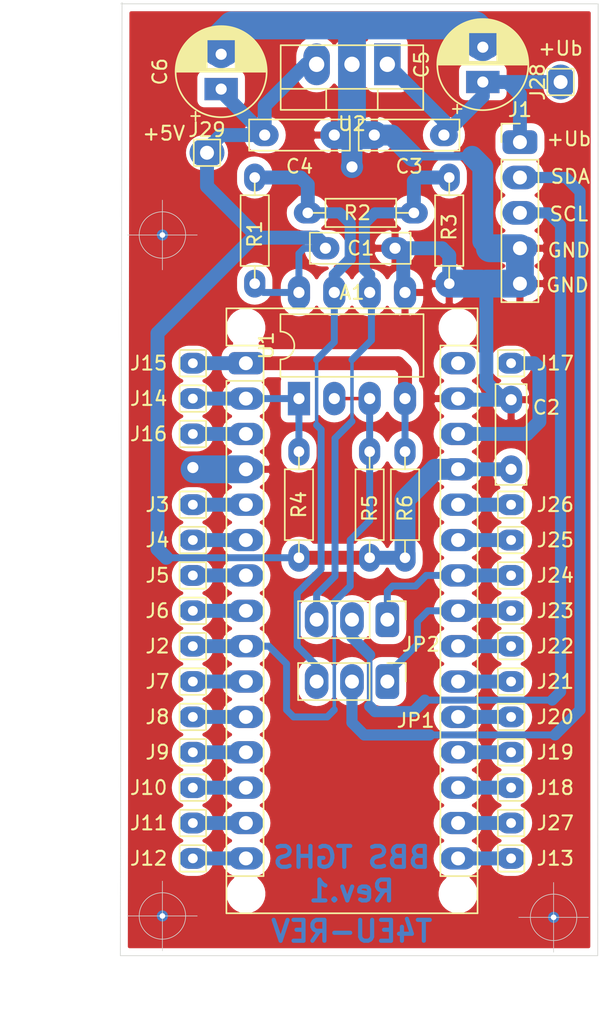
<source format=kicad_pcb>
(kicad_pcb (version 20171130) (host pcbnew "(5.1.10)-1")
  (layers (0 F.Cu signal hide) (31 B.Cu signal hide) (34 B.Paste user hide) (35 F.Paste user hide) (36 B.SilkS user) (37 F.SilkS user) (38 B.Mask user) (39 F.Mask user) (44 Edge.Cuts user))
  (net 0 "")
  (net 1 "Net-(A1-Pad1)")
  (net 2 "Net-(A1-Pad17)")
  (net 3 "Net-(A1-Pad2)")
  (net 4 "Net-(A1-Pad18)")
  (net 5 "Net-(A1-Pad3)")
  (net 6 "Net-(A1-Pad19)")
  (net 7 GND)
  (net 8 "Net-(A1-Pad20)")
  (net 9 "Net-(A1-Pad5)")
  (net 10 "Net-(A1-Pad21)")
  (net 11 "Net-(A1-Pad6)")
  (net 12 "Net-(A1-Pad22)")
  (net 13 "Net-(A1-Pad7)")
  (net 14 "Net-(A1-Pad23)")
  (net 15 "Net-(A1-Pad8)")
  (net 16 "Net-(A1-Pad24)")
  (net 17 "Net-(A1-Pad9)")
  (net 18 "Net-(A1-Pad25)")
  (net 19 "Net-(A1-Pad10)")
  (net 20 "Net-(A1-Pad26)")
  (net 21 "Net-(A1-Pad11)")
  (net 22 "Net-(A1-Pad27)")
  (net 23 "Net-(A1-Pad12)")
  (net 24 "Net-(A1-Pad28)")
  (net 25 "Net-(A1-Pad13)")
  (net 26 "Net-(A1-Pad14)")
  (net 27 "Net-(A1-Pad30)")
  (net 28 "Net-(A1-Pad15)")
  (net 29 "Net-(A1-Pad16)")
  (net 30 "Net-(J1-Pad2)")
  (net 31 "Net-(J1-Pad3)")
  (net 32 "Net-(JP1-Pad3)")
  (net 33 "Net-(JP2-Pad3)")
  (net 34 "Net-(C3-Pad1)")
  (module BBS:TestPoint_THTPad_1.5x1.5mm_Drill0.7mm (layer F.Cu) (at 216.027 135.255)
    (fp_text reference J27 (at 3.175 0) (layer F.SilkS))
    (fp_text value Conn_01x01 hide)
    (pad 1 thru_hole oval (at 0 0) (size 2 1.5) (drill 0.7) (layers *.Cu *.Mask) (net 2 "Net-(A1-Pad17)"))
  )
  (module BBS:TestPoint_THTPad_1.5x1.5mm_Drill0.7mm (layer F.Cu) (at 216.027 114.935)
    (fp_text reference J25 (at 3.175 0) (layer F.SilkS))
    (fp_text value Conn_01x01 hide)
    (pad 1 thru_hole oval (at 0 0) (size 2 1.5) (drill 0.7) (layers *.Cu *.Mask) (net 18 "Net-(A1-Pad25)"))
  )
  (module BBS:TestPoint_THTPad_1.5x1.5mm_Drill0.7mm (layer F.Cu) (at 216.027 117.475)
    (fp_text reference J24 (at 3.175 0) (layer F.SilkS))
    (fp_text value Conn_01x01 hide)
    (pad 1 thru_hole oval (at 0 0) (size 2 1.5) (drill 0.7) (layers *.Cu *.Mask) (net 16 "Net-(A1-Pad24)"))
  )
  (module BBS:TestPoint_THTPad_1.5x1.5mm_Drill0.7mm (layer F.Cu) (at 216.027 120.015)
    (fp_text reference J23 (at 3.175 0) (layer F.SilkS))
    (fp_text value Conn_01x01 hide)
    (pad 1 thru_hole oval (at 0 0) (size 2 1.5) (drill 0.7) (layers *.Cu *.Mask) (net 14 "Net-(A1-Pad23)"))
  )
  (module BBS:TestPoint_THTPad_1.5x1.5mm_Drill0.7mm (layer F.Cu) (at 216.027 127.635)
    (fp_text reference J20 (at 3.175 0) (layer F.SilkS))
    (fp_text value Conn_01x01 hide)
    (pad 1 thru_hole oval (at 0 0) (size 2 1.5) (drill 0.7) (layers *.Cu *.Mask) (net 8 "Net-(A1-Pad20)"))
  )
  (module BBS:TestPoint_THTPad_1.5x1.5mm_Drill0.7mm (layer F.Cu) (at 216.027 122.555)
    (fp_text reference J22 (at 3.175 0) (layer F.SilkS))
    (fp_text value Conn_01x01 hide)
    (pad 1 thru_hole oval (at 0 0) (size 2 1.5) (drill 0.7) (layers *.Cu *.Mask) (net 12 "Net-(A1-Pad22)"))
  )
  (module BBS:TestPoint_THTPad_1.5x1.5mm_Drill0.7mm (layer F.Cu) (at 193.167 104.775)
    (fp_text reference J14 (at -3.175 0) (layer F.SilkS))
    (fp_text value Conn_01x01 hide)
    (pad 1 thru_hole oval (at 0 0) (size 2 1.5) (drill 0.7) (layers *.Cu *.Mask) (net 3 "Net-(A1-Pad2)"))
  )
  (module BBS:TestPoint_THTPad_1.5x1.5mm_Drill0.7mm (layer F.Cu) (at 216.027 102.235)
    (fp_text reference J17 (at 3.175 0) (layer F.SilkS))
    (fp_text value Conn_01x01 hide)
    (pad 1 thru_hole oval (at 0 0) (size 2 1.5) (drill 0.7) (layers *.Cu *.Mask) (net 24 "Net-(A1-Pad28)"))
  )
  (module BBS:TestPoint_THTPad_1.5x1.5mm_Drill0.7mm (layer F.Cu) (at 216.027 112.395)
    (fp_text reference J26 (at 3.175 0) (layer F.SilkS))
    (fp_text value Conn_01x01 hide)
    (pad 1 thru_hole oval (at 0 0) (size 2 1.5) (drill 0.7) (layers *.Cu *.Mask) (net 20 "Net-(A1-Pad26)"))
  )
  (module BBS:TestPoint_THTPad_1.5x1.5mm_Drill0.7mm (layer F.Cu) (at 216.027 125.095)
    (fp_text reference J21 (at 3.175 0) (layer F.SilkS))
    (fp_text value Conn_01x01 hide)
    (pad 1 thru_hole oval (at 0 0) (size 2 1.5) (drill 0.7) (layers *.Cu *.Mask) (net 10 "Net-(A1-Pad21)"))
  )
  (module BBS:TestPoint_THTPad_1.5x1.5mm_Drill0.7mm (layer F.Cu) (at 193.167 107.315)
    (fp_text reference J16 (at -3.175 0) (layer F.SilkS))
    (fp_text value Conn_01x01 hide)
    (pad 1 thru_hole oval (at 0 0) (size 2 1.5) (drill 0.7) (layers *.Cu *.Mask) (net 5 "Net-(A1-Pad3)"))
  )
  (module BBS:TestPoint_THTPad_1.5x1.5mm_Drill0.7mm (layer F.Cu) (at 216.027 130.175)
    (fp_text reference J19 (at 3.175 0) (layer F.SilkS))
    (fp_text value Conn_01x01 hide)
    (pad 1 thru_hole oval (at 0 0) (size 2 1.5) (drill 0.7) (layers *.Cu *.Mask) (net 6 "Net-(A1-Pad19)"))
  )
  (module BBS:TestPoint_THTPad_1.5x1.5mm_Drill0.7mm (layer F.Cu) (at 216.027 132.715)
    (fp_text reference J18 (at 3.175 0) (layer F.SilkS))
    (fp_text value Conn_01x01 hide)
    (pad 1 thru_hole oval (at 0 0) (size 2 1.5) (drill 0.7) (layers *.Cu *.Mask) (net 4 "Net-(A1-Pad18)"))
  )
  (module BBS:TestPoint_THTPad_1.5x1.5mm_Drill0.7mm (layer F.Cu) (at 193.167 102.235)
    (fp_text reference J15 (at -3.175 0) (layer F.SilkS))
    (fp_text value Conn_01x01 hide)
    (pad 1 thru_hole oval (at 0 0) (size 2 1.5) (drill 0.7) (layers *.Cu *.Mask) (net 1 "Net-(A1-Pad1)"))
  )
  (module BBS:R_7.5 (layer F.Cu) (at 211.582 88.9 270)
    (fp_text reference R3 (at 3.556 0 90) (layer F.SilkS))
    (fp_text value 680R)
    (pad 2 thru_hole oval (at 7.62 0 270) (size 2 1.524) (drill 0.762) (layers *.Cu *.Mask) (net 7 GND))
    (pad 1 thru_hole oval (at 0 0 270) (size 2 1.524) (drill 0.762) (layers *.Cu *.Mask) (net 33 "Net-(JP2-Pad3)"))
  )
  (module BBS:R_7.5 (layer F.Cu) (at 197.612 96.52 90)
    (fp_text reference R1 (at 3.556 0 90) (layer F.SilkS))
    (fp_text value 680R)
    (pad 2 thru_hole oval (at 7.62 0 90) (size 2 1.524) (drill 0.762) (layers *.Cu *.Mask) (net 32 "Net-(JP1-Pad3)"))
    (pad 1 thru_hole oval (at 0 0 90) (size 2 1.524) (drill 0.762) (layers *.Cu *.Mask) (net 22 "Net-(A1-Pad27)"))
  )
  (module BBS:PinHeader_1x03_P2.54mm_Vertical (layer F.Cu) (at 207.137 125.095 270)
    (fp_text reference JP1 (at 2.794 -2.032 180) (layer F.SilkS))
    (fp_text value Jumper_3_Bridged12 hide)
    (pad 1 thru_hole roundrect (at 0 0 270) (size 2.5 1.7) (drill 1) (layers *.Cu *.Mask) (net 14 "Net-(A1-Pad23)"))
    (pad 2 thru_hole oval (at 0 2.54 270) (size 2.5 1.7) (drill 1) (layers *.Cu *.Mask) (net 30 "Net-(J1-Pad2)"))
    (pad 3 thru_hole oval (at 0 5.08 270) (size 2.5 1.7) (drill 1) (layers *.Cu *.Mask) (net 32 "Net-(JP1-Pad3)"))
  )
  (module BBS:PinHeader_1x03_P2.54mm_Vertical (layer F.Cu) (at 207.137 120.65 270)
    (fp_text reference JP2 (at 1.778 -2.413 180) (layer F.SilkS))
    (fp_text value Jumper_3_Bridged12 hide)
    (pad 1 thru_hole roundrect (at 0 0 270) (size 2.5 1.7) (drill 1) (layers *.Cu *.Mask) (net 16 "Net-(A1-Pad24)"))
    (pad 2 thru_hole oval (at 0 2.54 270) (size 2.5 1.7) (drill 1) (layers *.Cu *.Mask) (net 31 "Net-(J1-Pad3)"))
    (pad 3 thru_hole oval (at 0 5.08 270) (size 2.5 1.7) (drill 1) (layers *.Cu *.Mask) (net 33 "Net-(JP2-Pad3)"))
  )
  (module BBS:PinHeader_1x05_P2.54mm_Vertical (layer F.Cu) (at 216.662 86.36)
    (fp_text reference J1 (at 0 -2.33) (layer F.SilkS))
    (fp_text value Screw_Terminal_01x05 hide)
    (pad 1 thru_hole roundrect (at 0 0) (size 2.5 1.7) (drill 1) (layers *.Cu *.Mask) (net 34 "Net-(C3-Pad1)"))
    (pad 2 thru_hole oval (at 0 2.54) (size 2.5 1.7) (drill 1) (layers *.Cu *.Mask) (net 30 "Net-(J1-Pad2)"))
    (pad 3 thru_hole oval (at 0 5.08) (size 2.5 1.7) (drill 1) (layers *.Cu *.Mask) (net 31 "Net-(J1-Pad3)"))
    (pad 4 thru_hole oval (at 0 7.62) (size 2.5 1.7) (drill 1) (layers *.Cu *.Mask) (net 7 GND))
    (pad 5 thru_hole oval (at 0 10.16) (size 2.5 1.7) (drill 1) (layers *.Cu *.Mask) (net 7 GND))
  )
  (module BBS:C_Rect_L7.0mm_W2.0mm_P5.00mm (layer F.Cu) (at 202.692 93.98)
    (fp_text reference C1 (at 2.54 0) (layer F.SilkS))
    (fp_text value 100n)
    (pad 2 thru_hole oval (at 5 0) (size 2 1.6) (drill 0.8) (layers *.Cu *.Mask) (net 7 GND))
    (pad 1 thru_hole oval (at 0 0) (size 2 1.6) (drill 0.8) (layers *.Cu *.Mask) (net 22 "Net-(A1-Pad27)"))
  )
  (module BBS:C_Rect_L7.0mm_W2.0mm_P5.00mm (layer F.Cu) (at 216.027 104.855 270)
    (fp_text reference C2 (at 0.555 -2.54 180) (layer F.SilkS))
    (fp_text value 100n)
    (pad 2 thru_hole oval (at 5 0 270) (size 2 1.6) (drill 0.8) (layers *.Cu *.Mask) (net 22 "Net-(A1-Pad27)"))
    (pad 1 thru_hole oval (at 0 0 270) (size 2 1.6) (drill 0.8) (layers *.Cu *.Mask) (net 7 GND))
  )
  (module BBS:R_7.5 (layer F.Cu) (at 201.422 91.44)
    (fp_text reference R2 (at 3.556 0) (layer F.SilkS))
    (fp_text value 120R)
    (pad 2 thru_hole oval (at 7.62 0) (size 2 1.524) (drill 0.762) (layers *.Cu *.Mask) (net 33 "Net-(JP2-Pad3)"))
    (pad 1 thru_hole oval (at 0 0) (size 2 1.524) (drill 0.762) (layers *.Cu *.Mask) (net 32 "Net-(JP1-Pad3)"))
  )
  (module BBS:TestPoint_THTPad_1.5x1.5mm_Drill0.7mm (layer F.Cu) (at 194.183 87.122)
    (fp_text reference J29 (at 0 -1.648) (layer F.SilkS))
    (fp_text value Conn_01x01)
    (pad 1 thru_hole oval (at 0 0) (size 2.5 2) (drill 1) (layers *.Cu *.Mask) (net 22 "Net-(A1-Pad27)"))
  )
  (module BBS:C_Rect_L7.0mm_W2.0mm_P5.00mm (layer F.Cu) (at 203.327 85.852 180)
    (fp_text reference C4 (at 2.5 -2.25) (layer F.SilkS))
    (fp_text value 100n)
    (pad 2 thru_hole oval (at 5 0 180) (size 2 1.6) (drill 0.8) (layers *.Cu *.Mask) (net 22 "Net-(A1-Pad27)"))
    (pad 1 thru_hole oval (at 0 0 180) (size 2 1.6) (drill 0.8) (layers *.Cu *.Mask) (net 7 GND))
  )
  (module BBS:TestPoint_THTPad_1.5x1.5mm_Drill0.7mm (layer F.Cu) (at 219.583 82.042 90)
    (fp_text reference J28 (at 0 -1.648 90) (layer F.SilkS))
    (fp_text value Conn_01x01)
    (pad 1 thru_hole oval (at 0 0 90) (size 2.5 2) (drill 1) (layers *.Cu *.Mask) (net 34 "Net-(C3-Pad1)"))
  )
  (module BBS:TO-220-3_Vertical (layer F.Cu) (at 207.137 80.772 180)
    (fp_text reference U2 (at 2.54 -4.27) (layer F.SilkS))
    (fp_text value LMO78-05)
    (pad 3 thru_hole oval (at 5.08 0 180) (size 1.905 3) (drill 1.1) (layers *.Cu *.Mask) (net 22 "Net-(A1-Pad27)"))
    (pad 2 thru_hole oval (at 2.54 0 180) (size 1.905 3) (drill 1.1) (layers *.Cu *.Mask) (net 7 GND))
    (pad 1 thru_hole rect (at 0 0 180) (size 1.905 3) (drill 1.1) (layers *.Cu *.Mask) (net 34 "Net-(C3-Pad1)"))
  )
  (module BBS:TestPoint_THTPad_1.5x1.5mm_Drill0.7mm (layer F.Cu) (at 193.167 132.715)
    (fp_text reference J10 (at -3.175 0) (layer F.SilkS))
    (fp_text value Conn_01x01 hide)
    (pad 1 thru_hole oval (at 0 0) (size 2 1.5) (drill 0.7) (layers *.Cu *.Mask) (net 25 "Net-(A1-Pad13)"))
  )
  (module BBS:TestPoint_THTPad_1.5x1.5mm_Drill0.7mm (layer F.Cu) (at 193.167 130.175)
    (fp_text reference J9 (at -2.54 0) (layer F.SilkS))
    (fp_text value Conn_01x01 hide)
    (pad 1 thru_hole oval (at 0 0) (size 2 1.5) (drill 0.7) (layers *.Cu *.Mask) (net 23 "Net-(A1-Pad12)"))
  )
  (module BBS:TestPoint_THTPad_1.5x1.5mm_Drill0.7mm (layer F.Cu) (at 193.167 117.475)
    (fp_text reference J5 (at -2.54 0) (layer F.SilkS))
    (fp_text value Conn_01x01 hide)
    (pad 1 thru_hole oval (at 0 0) (size 2 1.5) (drill 0.7) (layers *.Cu *.Mask) (net 13 "Net-(A1-Pad7)"))
  )
  (module BBS:TestPoint_THTPad_1.5x1.5mm_Drill0.7mm (layer F.Cu) (at 216.027 137.795)
    (fp_text reference J13 (at 3.175 0) (layer F.SilkS))
    (fp_text value Conn_01x01 hide)
    (pad 1 thru_hole oval (at 0 0) (size 2 1.5) (drill 0.7) (layers *.Cu *.Mask) (net 29 "Net-(A1-Pad16)"))
  )
  (module BBS:TestPoint_THTPad_1.5x1.5mm_Drill0.7mm (layer F.Cu) (at 193.167 137.795)
    (fp_text reference J12 (at -3.175 0) (layer F.SilkS))
    (fp_text value Conn_01x01 hide)
    (pad 1 thru_hole oval (at 0 0) (size 2 1.5) (drill 0.7) (layers *.Cu *.Mask) (net 28 "Net-(A1-Pad15)"))
  )
  (module BBS:TestPoint_THTPad_1.5x1.5mm_Drill0.7mm (layer F.Cu) (at 193.167 127.635)
    (fp_text reference J8 (at -2.54 0) (layer F.SilkS))
    (fp_text value Conn_01x01 hide)
    (pad 1 thru_hole oval (at 0 0) (size 2 1.5) (drill 0.7) (layers *.Cu *.Mask) (net 21 "Net-(A1-Pad11)"))
  )
  (module BBS:TestPoint_THTPad_1.5x1.5mm_Drill0.7mm (layer F.Cu) (at 193.167 122.555)
    (fp_text reference J2 (at -2.54 0) (layer F.SilkS))
    (fp_text value Conn_01x01 hide)
    (pad 1 thru_hole oval (at 0 0) (size 2 1.5) (drill 0.7) (layers *.Cu *.Mask) (net 17 "Net-(A1-Pad9)"))
  )
  (module BBS:TestPoint_THTPad_1.5x1.5mm_Drill0.7mm (layer F.Cu) (at 193.167 135.255)
    (fp_text reference J11 (at -3.175 0) (layer F.SilkS))
    (fp_text value Conn_01x01 hide)
    (pad 1 thru_hole oval (at 0 0) (size 2 1.5) (drill 0.7) (layers *.Cu *.Mask) (net 26 "Net-(A1-Pad14)"))
  )
  (module BBS:TestPoint_THTPad_1.5x1.5mm_Drill0.7mm (layer F.Cu) (at 193.167 114.935)
    (fp_text reference J4 (at -2.54 0) (layer F.SilkS))
    (fp_text value Conn_01x01 hide)
    (pad 1 thru_hole oval (at 0 0) (size 2 1.5) (drill 0.7) (layers *.Cu *.Mask) (net 11 "Net-(A1-Pad6)"))
  )
  (module Package_DIP:DIP-8_W7.62mm_LongPads (layer F.Cu) (at 200.787 104.775 90)
    (fp_text reference U1 (at 3.81 -2.33 90) (layer F.SilkS))
    (fp_text value MAX485E)
    (pad 8 thru_hole oval (at 7.62 0 90) (size 2.4 1.6) (drill 0.8) (layers *.Cu *.Mask) (net 22 "Net-(A1-Pad27)"))
    (pad 4 thru_hole oval (at 0 7.62 90) (size 2.4 1.6) (drill 0.8) (layers *.Cu *.Mask) (net 1 "Net-(A1-Pad1)"))
    (pad 7 thru_hole oval (at 7.62 2.54 90) (size 2.4 1.6) (drill 0.8) (layers *.Cu *.Mask) (net 32 "Net-(JP1-Pad3)"))
    (pad 3 thru_hole oval (at 0 5.08 90) (size 2.4 1.6) (drill 0.8) (layers *.Cu *.Mask) (net 17 "Net-(A1-Pad9)"))
    (pad 6 thru_hole oval (at 7.62 5.08 90) (size 2.4 1.6) (drill 0.8) (layers *.Cu *.Mask) (net 33 "Net-(JP2-Pad3)"))
    (pad 2 thru_hole oval (at 0 2.54 90) (size 2.4 1.6) (drill 0.8) (layers *.Cu *.Mask) (net 17 "Net-(A1-Pad9)"))
    (pad 5 thru_hole oval (at 7.62 7.62 90) (size 2.4 1.6) (drill 0.8) (layers *.Cu *.Mask) (net 7 GND))
    (pad 1 thru_hole rect (at 0 0 90) (size 2.4 1.6) (drill 0.8) (layers *.Cu *.Mask) (net 3 "Net-(A1-Pad2)"))
  )
  (module BBS:R_7.5 (layer F.Cu) (at 208.407 116.205 90)
    (fp_text reference R6 (at 3.556 0 90) (layer F.SilkS))
    (fp_text value 10k)
    (pad 2 thru_hole oval (at 7.62 0 90) (size 2 1.524) (drill 0.762) (layers *.Cu *.Mask) (net 1 "Net-(A1-Pad1)"))
    (pad 1 thru_hole oval (at 0 0 90) (size 2 1.524) (drill 0.762) (layers *.Cu *.Mask) (net 22 "Net-(A1-Pad27)"))
  )
  (module BBS:TestPoint_THTPad_1.5x1.5mm_Drill0.7mm (layer F.Cu) (at 193.167 120.015)
    (fp_text reference J6 (at -2.54 0) (layer F.SilkS))
    (fp_text value Conn_01x01 hide)
    (pad 1 thru_hole oval (at 0 0) (size 2 1.5) (drill 0.7) (layers *.Cu *.Mask) (net 15 "Net-(A1-Pad8)"))
  )
  (module BBS:TestPoint_THTPad_1.5x1.5mm_Drill0.7mm (layer F.Cu) (at 193.167 112.395)
    (fp_text reference J3 (at -2.54 0) (layer F.SilkS))
    (fp_text value Conn_01x01 hide)
    (pad 1 thru_hole oval (at 0 0) (size 2 1.5) (drill 0.7) (layers *.Cu *.Mask) (net 9 "Net-(A1-Pad5)"))
  )
  (module BBS:R_7.5 (layer F.Cu) (at 205.867 116.205 90)
    (fp_text reference R5 (at 3.556 0 90) (layer F.SilkS))
    (fp_text value 10k)
    (pad 2 thru_hole oval (at 7.62 0 90) (size 2 1.524) (drill 0.762) (layers *.Cu *.Mask) (net 17 "Net-(A1-Pad9)"))
    (pad 1 thru_hole oval (at 0 0 90) (size 2 1.524) (drill 0.762) (layers *.Cu *.Mask) (net 22 "Net-(A1-Pad27)"))
  )
  (module BBS:R_7.5 (layer F.Cu) (at 200.787 116.205 90)
    (fp_text reference R4 (at 3.81 0 90) (layer F.SilkS))
    (fp_text value 10k)
    (pad 2 thru_hole oval (at 7.62 0 90) (size 2 1.524) (drill 0.762) (layers *.Cu *.Mask) (net 3 "Net-(A1-Pad2)"))
    (pad 1 thru_hole oval (at 0 0 90) (size 2 1.524) (drill 0.762) (layers *.Cu *.Mask) (net 22 "Net-(A1-Pad27)"))
  )
  (module BBS:Arduino_Nano_WithMountingHoles (layer F.Cu) (at 196.977 102.235)
    (fp_text reference A1 (at 7.62 -5.08) (layer F.SilkS))
    (fp_text value Arduino_Nano_Every hide)
    (pad 1 thru_hole roundrect (at 0 0) (size 2.5 1.6) (drill 1) (layers *.Cu *.Mask) (net 1 "Net-(A1-Pad1)"))
    (pad 17 thru_hole oval (at 15.24 33.02) (size 2.5 1.6) (drill 1) (layers *.Cu *.Mask) (net 2 "Net-(A1-Pad17)"))
    (pad 2 thru_hole oval (at 0 2.54) (size 2.5 1.6) (drill 1) (layers *.Cu *.Mask) (net 3 "Net-(A1-Pad2)"))
    (pad 18 thru_hole oval (at 15.24 30.48) (size 2.5 1.6) (drill 1) (layers *.Cu *.Mask) (net 4 "Net-(A1-Pad18)"))
    (pad 3 thru_hole oval (at 0 5.08) (size 2.5 1.6) (drill 1) (layers *.Cu *.Mask) (net 5 "Net-(A1-Pad3)"))
    (pad 19 thru_hole oval (at 15.24 27.94) (size 2.5 1.6) (drill 1) (layers *.Cu *.Mask) (net 6 "Net-(A1-Pad19)"))
    (pad 4 thru_hole oval (at 0 7.62) (size 2.5 1.6) (drill 1) (layers *.Cu *.Mask) (net 7 GND))
    (pad 20 thru_hole oval (at 15.24 25.4) (size 2.5 1.6) (drill 1) (layers *.Cu *.Mask) (net 8 "Net-(A1-Pad20)"))
    (pad 5 thru_hole oval (at 0 10.16) (size 2.5 1.6) (drill 1) (layers *.Cu *.Mask) (net 9 "Net-(A1-Pad5)"))
    (pad 21 thru_hole oval (at 15.24 22.86) (size 2.5 1.6) (drill 1) (layers *.Cu *.Mask) (net 10 "Net-(A1-Pad21)"))
    (pad 6 thru_hole oval (at 0 12.7) (size 2.5 1.6) (drill 1) (layers *.Cu *.Mask) (net 11 "Net-(A1-Pad6)"))
    (pad 22 thru_hole oval (at 15.24 20.32) (size 2.5 1.6) (drill 1) (layers *.Cu *.Mask) (net 12 "Net-(A1-Pad22)"))
    (pad 7 thru_hole oval (at 0 15.24) (size 2.5 1.6) (drill 1) (layers *.Cu *.Mask) (net 13 "Net-(A1-Pad7)"))
    (pad 23 thru_hole oval (at 15.24 17.78) (size 2.5 1.6) (drill 1) (layers *.Cu *.Mask) (net 14 "Net-(A1-Pad23)"))
    (pad 8 thru_hole oval (at 0 17.78) (size 2.5 1.6) (drill 1) (layers *.Cu *.Mask) (net 15 "Net-(A1-Pad8)"))
    (pad 24 thru_hole oval (at 15.24 15.24) (size 2.5 1.6) (drill 1) (layers *.Cu *.Mask) (net 16 "Net-(A1-Pad24)"))
    (pad 9 thru_hole oval (at 0 20.32) (size 2.5 1.6) (drill 1) (layers *.Cu *.Mask) (net 17 "Net-(A1-Pad9)"))
    (pad 25 thru_hole oval (at 15.24 12.7) (size 2.5 1.6) (drill 1) (layers *.Cu *.Mask) (net 18 "Net-(A1-Pad25)"))
    (pad 10 thru_hole oval (at 0 22.86) (size 2.5 1.6) (drill 1) (layers *.Cu *.Mask) (net 19 "Net-(A1-Pad10)"))
    (pad 26 thru_hole oval (at 15.24 10.16) (size 2.5 1.6) (drill 1) (layers *.Cu *.Mask) (net 20 "Net-(A1-Pad26)"))
    (pad 11 thru_hole oval (at 0 25.4) (size 2.5 1.6) (drill 1) (layers *.Cu *.Mask) (net 21 "Net-(A1-Pad11)"))
    (pad 27 thru_hole oval (at 15.24 7.62) (size 2.5 1.6) (drill 1) (layers *.Cu *.Mask) (net 22 "Net-(A1-Pad27)"))
    (pad 12 thru_hole oval (at 0 27.94) (size 2.5 1.6) (drill 1) (layers *.Cu *.Mask) (net 23 "Net-(A1-Pad12)"))
    (pad 28 thru_hole oval (at 15.24 5.08) (size 2.5 1.6) (drill 1) (layers *.Cu *.Mask) (net 24 "Net-(A1-Pad28)"))
    (pad 13 thru_hole oval (at 0 30.48) (size 2.5 1.6) (drill 1) (layers *.Cu *.Mask) (net 25 "Net-(A1-Pad13)"))
    (pad 29 thru_hole oval (at 15.24 2.54) (size 2.5 1.6) (drill 1) (layers *.Cu *.Mask) (net 7 GND))
    (pad 14 thru_hole oval (at 0 33.02) (size 2.5 1.6) (drill 1) (layers *.Cu *.Mask) (net 26 "Net-(A1-Pad14)"))
    (pad 30 thru_hole oval (at 15.24 0) (size 2.5 1.6) (drill 1) (layers *.Cu *.Mask) (net 27 "Net-(A1-Pad30)"))
    (pad 15 thru_hole oval (at 0 35.56) (size 2.5 1.6) (drill 1) (layers *.Cu *.Mask) (net 28 "Net-(A1-Pad15)"))
    (pad 16 thru_hole oval (at 15.24 35.56) (size 2.5 1.6) (drill 1) (layers *.Cu *.Mask) (net 29 "Net-(A1-Pad16)"))
    (pad "" np_thru_hole circle (at 0 -2.54) (size 1.78 1.78) (drill 1.78) (layers *.Cu *.Mask))
    (pad "" np_thru_hole circle (at 15.24 -2.54) (size 1.78 1.78) (drill 1.78) (layers *.Cu *.Mask))
    (pad "" np_thru_hole circle (at 15.24 38.1) (size 1.78 1.78) (drill 1.78) (layers *.Cu *.Mask))
    (pad "" np_thru_hole circle (at 0 38.1) (size 1.78 1.78) (drill 1.78) (layers *.Cu *.Mask))
  )
  (module BBS:TestPoint_THTPad_1.5x1.5mm_Drill0.7mm (layer F.Cu) (at 193.167 125.095)
    (fp_text reference J7 (at -2.54 0) (layer F.SilkS))
    (fp_text value Conn_01x01 hide)
    (pad 1 thru_hole oval (at 0 0) (size 2 1.5) (drill 0.7) (layers *.Cu *.Mask) (net 19 "Net-(A1-Pad10)"))
  )
  (module BBS:C_Rect_L7.0mm_W2.0mm_P5.00mm (layer F.Cu) (at 211.201 85.852 180)
    (fp_text reference C3 (at 2.5 -2.25) (layer F.SilkS))
    (fp_text value 100n)
    (pad 2 thru_hole oval (at 5 0 180) (size 2 1.6) (drill 0.8) (layers *.Cu *.Mask) (net 7 GND))
    (pad 1 thru_hole oval (at 0 0 180) (size 2 1.6) (drill 0.8) (layers *.Cu *.Mask) (net 34 "Net-(C3-Pad1)"))
  )
  (module BBS:CP_Radial_D6.3mm_P2.50mm (layer F.Cu) (at 195.199 82.55 90)
    (fp_text reference C6 (at 1.25 -4.4 90) (layer F.SilkS))
    (fp_text value 100µF/16V)
    (pad 1 thru_hole rect (at 0 0 90) (size 1.6 2.4) (drill 0.8) (layers *.Cu *.Mask) (net 22 "Net-(A1-Pad27)"))
    (pad 2 thru_hole oval (at 2.5 0 90) (size 1.6 2.4) (drill 0.8) (layers *.Cu *.Mask) (net 7 GND))
  )
  (module BBS:CP_Radial_D6.3mm_P2.50mm (layer F.Cu) (at 213.995 82.042 90)
    (fp_text reference C5 (at 1.25 -4.4 90) (layer F.SilkS))
    (fp_text value 22µF/50V)
    (pad 1 thru_hole rect (at 0 0 90) (size 1.6 2.4) (drill 0.8) (layers *.Cu *.Mask) (net 34 "Net-(C3-Pad1)"))
    (pad 2 thru_hole oval (at 2.5 0 90) (size 1.6 2.4) (drill 0.8) (layers *.Cu *.Mask) (net 7 GND))
  )
  (gr_text "BBS TGHS\nRev.1" (at 204.579 138.928) (layer B.Cu) (effects (font (size 1.5 1.5) (thickness 0.3)) (justify mirror)))
  (gr_text T4EU-REV (at 204.579 143.028) (layer B.Cu) (effects (font (size 1.5 1.5) (thickness 0.3)) (justify mirror)))
  (gr_text +5V (at 191.079 85.728) (layer F.SilkS) (effects (font (size 1 1))))
  (gr_text GND (at 220.079 96.628) (layer F.SilkS) (effects (font (size 1 1))))
  (gr_text GND (at 220.179 94.128) (layer F.SilkS) (effects (font (size 1 1))))
  (gr_text SCL (at 220.179 91.528) (layer F.SilkS) (effects (font (size 1 1))))
  (gr_text SDA (at 220.279 88.828) (layer F.SilkS) (effects (font (size 1 1))))
  (gr_text +Ub (at 219.579 79.628) (layer F.SilkS) (effects (font (size 1 1))))
  (gr_text +Ub (at 220.179 86.128) (layer F.SilkS) (effects (font (size 1 1))))
  (gr_line (start 222.25 144.78) (end 187.96 144.78) (angle 90) (layer Edge.Cuts) (width 0.05))
  (gr_line (start 222.25 143.51) (end 222.25 144.78) (angle 90) (layer Edge.Cuts) (width 0.05))
  (gr_line (start 187.96 144.78) (end 188.079 76.328) (angle 90) (layer Edge.Cuts) (width 0.05))
  (gr_line (start 187.989 76.428) (end 222.279 76.428) (angle 90) (layer Edge.Cuts) (width 0.05))
  (gr_line (start 222.279 76.428) (end 222.25 143.51) (angle 90) (layer Edge.Cuts) (width 0.05))
  (target plus (at 190.979 141.928) (size 5) (width 0.05) (layer Edge.Cuts))
  (target plus (at 190.979 93.028) (size 5) (width 0.05) (layer Edge.Cuts))
  (target plus (at 219.079 142.028) (size 5) (width 0.05) (layer Edge.Cuts))
  (segment (start 208.407 104.775) (end 208.407 108.585) (width 0.5) (layer B.Cu) (net 1))
  (segment (start 193.167 102.235) (end 196.977 102.235) (width 1) (layer B.Cu) (net 1))
  (segment (start 196.977 102.235) (end 207.899 102.235) (width 1) (layer F.Cu) (net 1))
  (segment (start 207.899 102.235) (end 208.407 102.743) (width 1) (layer F.Cu) (net 1))
  (segment (start 208.407 102.743) (end 208.407 104.775) (width 1) (layer F.Cu) (net 1))
  (segment (start 212.217 135.255) (end 216.027 135.255) (width 1) (layer B.Cu) (net 2))
  (segment (start 196.977 104.775) (end 200.787 104.775) (width 0.5) (layer B.Cu) (net 3))
  (segment (start 200.787 104.775) (end 200.787 108.585) (width 0.5) (layer B.Cu) (net 3))
  (segment (start 193.167 104.775) (end 196.977 104.775) (width 1) (layer B.Cu) (net 3))
  (segment (start 212.217 132.715) (end 216.027 132.715) (width 1) (layer B.Cu) (net 4))
  (segment (start 193.167 107.315) (end 196.977 107.315) (width 1) (layer B.Cu) (net 5))
  (segment (start 212.217 130.175) (end 216.027 130.175) (width 1) (layer B.Cu) (net 6))
  (segment (start 207.692 93.98) (end 208.28 94.568) (width 0.25) (layer B.Cu) (net 7))
  (segment (start 208.28 97.028) (end 208.407 97.155) (width 0.25) (layer B.Cu) (net 7))
  (segment (start 208.28 94.568) (end 208.28 97.028) (width 1) (layer B.Cu) (net 7))
  (segment (start 211.582 96.52) (end 211.582 94.488) (width 1) (layer B.Cu) (net 7))
  (segment (start 211.582 94.488) (end 211.074 93.98) (width 1) (layer B.Cu) (net 7))
  (segment (start 211.074 93.98) (end 207.692 93.98) (width 1) (layer B.Cu) (net 7))
  (segment (start 214.249 96.52) (end 216.662 96.52) (width 2) (layer B.Cu) (net 7))
  (segment (start 211.582 96.52) (end 213.868 96.52) (width 2) (layer B.Cu) (net 7))
  (segment (start 216.662 93.98) (end 216.662 96.52) (width 2) (layer B.Cu) (net 7))
  (segment (start 216.027 104.855) (end 215.98 104.855) (width 0.5) (layer B.Cu) (net 7))
  (segment (start 212.217 104.775) (end 212.979 104.775) (width 0.5) (layer B.Cu) (net 7))
  (segment (start 214.249 96.52) (end 214.249 96.647) (width 0.25) (layer B.Cu) (net 7))
  (segment (start 214.249 96.647) (end 214.249 96.52) (width 0.25) (layer B.Cu) (net 7))
  (segment (start 213.995 78.486) (end 213.995 79.542) (width 2) (layer B.Cu) (net 7))
  (segment (start 195.199 78.74) (end 195.961 77.978) (width 2) (layer B.Cu) (net 7))
  (segment (start 213.487 77.978) (end 213.995 78.486) (width 2) (layer B.Cu) (net 7))
  (segment (start 195.199 80.05) (end 195.199 78.74) (width 2) (layer B.Cu) (net 7))
  (segment (start 204.597 80.772) (end 204.597 77.978) (width 2) (layer B.Cu) (net 7))
  (segment (start 204.597 77.978) (end 213.487 77.978) (width 2) (layer B.Cu) (net 7))
  (segment (start 195.961 77.978) (end 204.597 77.978) (width 2) (layer B.Cu) (net 7))
  (segment (start 204.597 80.772) (end 204.597 85.852) (width 2) (layer B.Cu) (net 7))
  (segment (start 204.597 85.852) (end 206.201 85.852) (width 2) (layer B.Cu) (net 7))
  (segment (start 203.327 85.852) (end 204.597 85.852) (width 2) (layer B.Cu) (net 7))
  (segment (start 214.503 93.98) (end 216.662 93.98) (width 2) (layer B.Cu) (net 7))
  (segment (start 213.995 93.472) (end 214.503 93.98) (width 0.25) (layer B.Cu) (net 7))
  (segment (start 213.995 88.138) (end 213.995 93.472) (width 1.5) (layer B.Cu) (net 7))
  (segment (start 213.233 87.376) (end 213.995 88.138) (width 1.5) (layer B.Cu) (net 7))
  (segment (start 208.975 87.376) (end 213.233 87.376) (width 0.6) (layer B.Cu) (net 7))
  (segment (start 207.451 85.852) (end 208.975 87.376) (width 1.5) (layer B.Cu) (net 7))
  (segment (start 206.201 85.852) (end 207.451 85.852) (width 1.5) (layer B.Cu) (net 7))
  (via (at 193.167 109.728) (size 1.6) (drill 0.8) (layers F.Cu B.Cu) (net 7))
  (segment (start 193.294 109.855) (end 193.167 109.728) (width 0.25) (layer B.Cu) (net 7))
  (segment (start 196.977 109.855) (end 193.294 109.855) (width 2) (layer B.Cu) (net 7))
  (segment (start 193.167 109.728) (end 191.897 109.728) (width 1.5) (layer F.Cu) (net 7))
  (segment (start 191.897 109.728) (end 191.389 109.728) (width 1.5) (layer F.Cu) (net 7))
  (segment (start 191.389 109.728) (end 190.627 108.966) (width 1.5) (layer F.Cu) (net 7))
  (segment (start 198.501 91.44) (end 201.803 88.138) (width 1.5) (layer F.Cu) (net 7))
  (via (at 204.597 88.138) (size 1.6) (drill 0.8) (layers F.Cu B.Cu) (net 7))
  (segment (start 201.803 88.138) (end 204.597 88.138) (width 1.5) (layer F.Cu) (net 7))
  (segment (start 204.597 88.138) (end 204.597 85.852) (width 1.5) (layer B.Cu) (net 7))
  (segment (start 212.297 104.855) (end 212.217 104.775) (width 0.25) (layer B.Cu) (net 7))
  (segment (start 216.027 104.855) (end 212.297 104.855) (width 1) (layer B.Cu) (net 7))
  (segment (start 213.868 96.52) (end 214.249 96.52) (width 0.25) (layer B.Cu) (net 7))
  (segment (start 215.472 104.855) (end 216.027 104.855) (width 0.25) (layer B.Cu) (net 7))
  (segment (start 214.249 103.632) (end 215.472 104.855) (width 1) (layer B.Cu) (net 7))
  (segment (start 214.249 96.901) (end 214.249 103.632) (width 1) (layer B.Cu) (net 7))
  (segment (start 213.868 96.52) (end 214.249 96.901) (width 0.25) (layer B.Cu) (net 7))
  (segment (start 190.627 99.314) (end 198.501 91.44) (width 1.5) (layer F.Cu) (net 7))
  (segment (start 190.627 108.966) (end 190.627 99.314) (width 1.5) (layer F.Cu) (net 7))
  (via (at 190.979 93.028) (size 0.8) (drill 0.4) (layers F.Cu B.Cu) (net 7))
  (via (at 190.979 141.928) (size 0.8) (drill 0.4) (layers F.Cu B.Cu) (net 7))
  (via (at 219.079 142.028) (size 0.8) (drill 0.4) (layers F.Cu B.Cu) (net 7))
  (segment (start 212.217 127.635) (end 216.027 127.635) (width 1) (layer B.Cu) (net 8))
  (segment (start 193.167 112.395) (end 196.977 112.395) (width 1) (layer B.Cu) (net 9))
  (segment (start 212.217 125.095) (end 216.027 125.095) (width 1) (layer B.Cu) (net 10))
  (segment (start 193.167 114.935) (end 196.977 114.935) (width 1) (layer B.Cu) (net 11))
  (segment (start 212.217 122.555) (end 216.027 122.555) (width 1) (layer B.Cu) (net 12))
  (segment (start 193.167 117.475) (end 196.977 117.475) (width 1) (layer B.Cu) (net 13))
  (segment (start 212.217 120.015) (end 216.027 120.015) (width 1) (layer B.Cu) (net 14))
  (segment (start 212.217 120.015) (end 210.058 120.015) (width 0.5) (layer B.Cu) (net 14))
  (segment (start 210.058 120.015) (end 209.296 120.777) (width 0.5) (layer B.Cu) (net 14))
  (segment (start 209.296 120.777) (end 209.296 122.428) (width 0.5) (layer B.Cu) (net 14))
  (segment (start 209.296 122.428) (end 207.137 124.587) (width 0.5) (layer B.Cu) (net 14))
  (segment (start 207.137 124.587) (end 207.137 125.095) (width 0.5) (layer B.Cu) (net 14))
  (segment (start 193.167 120.015) (end 196.977 120.015) (width 1) (layer B.Cu) (net 15))
  (segment (start 212.217 117.475) (end 216.027 117.475) (width 1) (layer B.Cu) (net 16))
  (segment (start 212.217 117.475) (end 209.931 117.475) (width 0.5) (layer B.Cu) (net 16))
  (segment (start 209.931 117.475) (end 209.169 118.237) (width 0.5) (layer B.Cu) (net 16))
  (segment (start 209.169 118.237) (end 207.518 118.237) (width 0.5) (layer B.Cu) (net 16))
  (segment (start 207.518 118.237) (end 207.137 118.618) (width 0.5) (layer B.Cu) (net 16))
  (segment (start 207.137 118.618) (end 207.137 120.65) (width 0.5) (layer B.Cu) (net 16))
  (segment (start 196.977 122.555) (end 198.628 122.555) (width 0.5) (layer B.Cu) (net 17))
  (segment (start 200.406 127.635) (end 202.819 127.635) (width 0.5) (layer B.Cu) (net 17))
  (segment (start 202.819 127.635) (end 202.692 127.635) (width 0.25) (layer B.Cu) (net 17))
  (segment (start 199.898 127.127) (end 200.406 127.635) (width 0.5) (layer B.Cu) (net 17))
  (segment (start 199.898 123.825) (end 199.898 127.127) (width 0.5) (layer B.Cu) (net 17))
  (segment (start 198.628 122.555) (end 199.898 123.825) (width 0.5) (layer B.Cu) (net 17))
  (segment (start 202.819 127.635) (end 203.327 127.127) (width 0.5) (layer B.Cu) (net 17))
  (segment (start 205.867 113.538) (end 205.867 108.585) (width 0.5) (layer B.Cu) (net 17))
  (segment (start 204.47 114.935) (end 205.867 113.538) (width 0.5) (layer B.Cu) (net 17))
  (segment (start 204.47 118.237) (end 204.47 114.935) (width 0.5) (layer B.Cu) (net 17))
  (segment (start 203.327 119.38) (end 204.47 118.237) (width 0.5) (layer B.Cu) (net 17))
  (segment (start 203.327 127.127) (end 203.327 119.38) (width 0.25) (layer B.Cu) (net 17))
  (segment (start 205.867 108.585) (end 205.867 104.775) (width 0.5) (layer B.Cu) (net 17))
  (segment (start 193.167 122.555) (end 196.977 122.555) (width 1) (layer B.Cu) (net 17))
  (segment (start 203.327 104.775) (end 205.867 104.775) (width 0.25) (layer F.Cu) (net 17))
  (segment (start 212.217 114.935) (end 216.027 114.935) (width 1) (layer B.Cu) (net 18))
  (segment (start 193.167 125.095) (end 196.977 125.095) (width 1) (layer B.Cu) (net 19))
  (segment (start 212.217 112.395) (end 216.027 112.395) (width 1) (layer B.Cu) (net 20))
  (segment (start 193.167 127.635) (end 196.977 127.635) (width 1) (layer B.Cu) (net 21))
  (segment (start 201.168 93.98) (end 200.787 94.361) (width 0.5) (layer B.Cu) (net 22))
  (segment (start 200.787 94.361) (end 200.787 97.155) (width 0.5) (layer B.Cu) (net 22))
  (segment (start 202.692 93.98) (end 201.168 93.98) (width 0.5) (layer B.Cu) (net 22))
  (segment (start 212.217 109.855) (end 216.027 109.855) (width 1) (layer B.Cu) (net 22))
  (segment (start 200.787 116.205) (end 205.867 116.205) (width 1) (layer F.Cu) (net 22))
  (segment (start 205.867 116.205) (end 208.407 116.205) (width 1) (layer B.Cu) (net 22))
  (segment (start 197.612 96.52) (end 198.247 97.155) (width 0.25) (layer B.Cu) (net 22))
  (segment (start 198.247 97.155) (end 200.787 97.155) (width 0.5) (layer B.Cu) (net 22))
  (segment (start 198.327 83.74) (end 198.327 85.852) (width 1) (layer B.Cu) (net 22))
  (segment (start 201.295 80.772) (end 198.327 83.74) (width 1) (layer B.Cu) (net 22))
  (segment (start 195.199 82.724) (end 198.327 85.852) (width 1) (layer B.Cu) (net 22))
  (segment (start 195.199 82.55) (end 195.199 82.724) (width 0.25) (layer B.Cu) (net 22))
  (segment (start 202.057 80.772) (end 201.295 80.772) (width 1) (layer B.Cu) (net 22))
  (segment (start 198.327 85.852) (end 195.199 85.852) (width 1) (layer B.Cu) (net 22))
  (segment (start 194.183 86.868) (end 194.183 87.122) (width 1) (layer B.Cu) (net 22))
  (segment (start 195.199 85.852) (end 194.183 86.868) (width 1) (layer B.Cu) (net 22))
  (segment (start 202.692 93.98) (end 202.692 93.853) (width 0.25) (layer B.Cu) (net 22))
  (segment (start 202.692 93.853) (end 202.057 93.218) (width 1) (layer B.Cu) (net 22))
  (segment (start 191.262 116.205) (end 200.787 116.205) (width 0.5) (layer B.Cu) (net 22))
  (segment (start 190.627 115.57) (end 191.262 116.205) (width 1) (layer B.Cu) (net 22))
  (segment (start 212.217 109.855) (end 210.566 109.855) (width 1.5) (layer B.Cu) (net 22))
  (segment (start 208.407 112.014) (end 208.407 116.205) (width 1.5) (layer B.Cu) (net 22))
  (segment (start 210.566 109.855) (end 208.407 112.014) (width 1.5) (layer B.Cu) (net 22))
  (segment (start 194.183 87.122) (end 194.183 89.532) (width 1) (layer B.Cu) (net 22))
  (segment (start 197.869 93.218) (end 202.057 93.218) (width 1) (layer B.Cu) (net 22))
  (segment (start 194.183 89.532) (end 197.869 93.218) (width 1) (layer B.Cu) (net 22))
  (segment (start 190.627 115.57) (end 190.627 100.08) (width 1) (layer B.Cu) (net 22))
  (segment (start 197.489 93.218) (end 197.869 93.218) (width 0.25) (layer B.Cu) (net 22))
  (segment (start 190.627 100.08) (end 197.489 93.218) (width 1) (layer B.Cu) (net 22))
  (segment (start 193.167 130.175) (end 196.977 130.175) (width 1) (layer B.Cu) (net 23))
  (segment (start 217.678 102.235) (end 216.027 102.235) (width 1) (layer B.Cu) (net 24))
  (segment (start 218.059 102.616) (end 217.678 102.235) (width 1) (layer B.Cu) (net 24))
  (segment (start 218.059 106.426) (end 218.059 102.616) (width 1) (layer B.Cu) (net 24))
  (segment (start 217.17 107.315) (end 218.059 106.426) (width 1) (layer B.Cu) (net 24))
  (segment (start 212.217 107.315) (end 217.17 107.315) (width 1) (layer B.Cu) (net 24))
  (segment (start 193.167 132.715) (end 196.977 132.715) (width 1) (layer B.Cu) (net 25))
  (segment (start 193.167 135.255) (end 196.977 135.255) (width 1) (layer B.Cu) (net 26))
  (segment (start 193.167 137.795) (end 196.977 137.795) (width 1) (layer B.Cu) (net 28))
  (segment (start 212.217 137.795) (end 216.027 137.795) (width 1) (layer B.Cu) (net 29))
  (segment (start 219.951 88.9) (end 216.662 88.9) (width 0.8) (layer B.Cu) (net 30))
  (segment (start 220.979 89.928) (end 219.951 88.9) (width 0.8) (layer B.Cu) (net 30))
  (segment (start 220.979 127.128) (end 220.979 89.928) (width 0.8) (layer B.Cu) (net 30))
  (segment (start 219.179 128.928) (end 220.979 127.128) (width 0.8) (layer B.Cu) (net 30))
  (segment (start 204.597 125.095) (end 204.597 128.046) (width 0.8) (layer B.Cu) (net 30))
  (segment (start 205.479 128.928) (end 206.93 128.928) (width 0.8) (layer B.Cu) (net 30))
  (segment (start 204.597 128.046) (end 205.479 128.928) (width 0.8) (layer B.Cu) (net 30))
  (segment (start 210.179 128.928) (end 219.179 128.928) (width 0.5) (layer B.Cu) (net 30))
  (segment (start 206.93 128.928) (end 210.179 128.928) (width 0.8) (layer B.Cu) (net 30))
  (segment (start 218.691 91.44) (end 216.662 91.44) (width 0.8) (layer B.Cu) (net 31))
  (segment (start 219.579 92.328) (end 218.691 91.44) (width 0.8) (layer B.Cu) (net 31))
  (segment (start 219.579 125.828) (end 219.579 92.328) (width 0.8) (layer B.Cu) (net 31))
  (segment (start 218.979 126.428) (end 219.579 125.828) (width 0.8) (layer B.Cu) (net 31))
  (segment (start 209.831 126.428) (end 218.979 126.428) (width 0.5) (layer B.Cu) (net 31))
  (segment (start 209.005 127.254) (end 209.831 126.428) (width 0.8) (layer B.Cu) (net 31))
  (segment (start 206.248 127.254) (end 209.005 127.254) (width 0.8) (layer B.Cu) (net 31))
  (segment (start 205.867 123.19) (end 205.867 126.873) (width 0.4) (layer B.Cu) (net 31))
  (segment (start 205.867 126.873) (end 206.248 127.254) (width 0.8) (layer B.Cu) (net 31))
  (segment (start 204.597 121.92) (end 205.867 123.19) (width 0.8) (layer B.Cu) (net 31))
  (segment (start 204.597 120.65) (end 204.597 121.92) (width 0.8) (layer B.Cu) (net 31))
  (segment (start 203.327 97.155) (end 203.327 95.885) (width 0.8) (layer B.Cu) (net 32))
  (segment (start 203.327 95.885) (end 204.47 94.742) (width 0.8) (layer B.Cu) (net 32))
  (segment (start 204.47 94.742) (end 204.47 92.202) (width 0.8) (layer B.Cu) (net 32))
  (segment (start 203.708 91.44) (end 201.422 91.44) (width 0.8) (layer B.Cu) (net 32))
  (segment (start 204.47 92.202) (end 203.708 91.44) (width 0.8) (layer B.Cu) (net 32))
  (segment (start 201.422 91.44) (end 201.422 89.408) (width 1) (layer B.Cu) (net 32))
  (segment (start 201.422 89.408) (end 200.914 88.9) (width 1) (layer B.Cu) (net 32))
  (segment (start 200.914 88.9) (end 197.612 88.9) (width 1) (layer B.Cu) (net 32))
  (segment (start 203.327 100.711) (end 203.327 97.155) (width 0.5) (layer B.Cu) (net 32))
  (segment (start 202.057 101.981) (end 203.327 100.711) (width 0.5) (layer B.Cu) (net 32))
  (segment (start 202.057 123.952) (end 202.057 125.095) (width 0.5) (layer B.Cu) (net 32))
  (segment (start 200.66 122.555) (end 202.057 123.952) (width 0.5) (layer B.Cu) (net 32))
  (segment (start 200.66 118.747) (end 200.66 122.555) (width 0.5) (layer B.Cu) (net 32))
  (segment (start 202.379 117.028) (end 200.66 118.747) (width 0.5) (layer B.Cu) (net 32))
  (segment (start 202.057 106.68) (end 202.379 107.002) (width 0.5) (layer B.Cu) (net 32))
  (segment (start 202.379 107.002) (end 202.379 117.028) (width 0.5) (layer B.Cu) (net 32))
  (segment (start 202.057 101.981) (end 202.057 106.68) (width 0.25) (layer B.Cu) (net 32))
  (segment (start 205.867 97.155) (end 205.867 95.885) (width 0.8) (layer B.Cu) (net 33))
  (segment (start 205.867 95.885) (end 205.486 95.504) (width 0.8) (layer B.Cu) (net 33))
  (segment (start 205.486 95.504) (end 205.486 92.202) (width 0.8) (layer B.Cu) (net 33))
  (segment (start 206.248 91.44) (end 209.042 91.44) (width 0.8) (layer B.Cu) (net 33))
  (segment (start 205.486 92.202) (end 206.248 91.44) (width 0.8) (layer B.Cu) (net 33))
  (segment (start 209.042 91.44) (end 209.042 89.154) (width 1) (layer B.Cu) (net 33))
  (segment (start 209.042 89.154) (end 209.296 88.9) (width 1) (layer B.Cu) (net 33))
  (segment (start 209.296 88.9) (end 211.582 88.9) (width 1) (layer B.Cu) (net 33))
  (segment (start 205.867 97.155) (end 205.994 97.282) (width 0.25) (layer B.Cu) (net 33))
  (segment (start 205.994 100.584) (end 204.597 101.981) (width 0.5) (layer B.Cu) (net 33))
  (segment (start 205.994 97.282) (end 205.994 100.584) (width 0.5) (layer B.Cu) (net 33))
  (segment (start 202.057 118.85) (end 202.057 120.65) (width 0.5) (layer B.Cu) (net 33))
  (segment (start 203.379 117.528) (end 202.057 118.85) (width 0.5) (layer B.Cu) (net 33))
  (segment (start 203.379 107.628) (end 203.379 117.528) (width 0.5) (layer B.Cu) (net 33))
  (segment (start 204.597 106.41) (end 203.379 107.628) (width 0.5) (layer B.Cu) (net 33))
  (segment (start 204.597 101.981) (end 204.597 106.41) (width 0.25) (layer B.Cu) (net 33))
  (segment (start 213.995 83.058) (end 211.201 85.852) (width 1) (layer B.Cu) (net 34))
  (segment (start 213.995 82.042) (end 213.995 83.058) (width 1) (layer B.Cu) (net 34))
  (segment (start 211.201 84.836) (end 207.137 80.772) (width 1) (layer B.Cu) (net 34))
  (segment (start 211.201 85.852) (end 211.201 84.836) (width 1) (layer B.Cu) (net 34))
  (segment (start 216.662 86.36) (end 216.662 82.931) (width 1) (layer B.Cu) (net 34))
  (segment (start 215.773 82.042) (end 213.995 82.042) (width 0.25) (layer B.Cu) (net 34))
  (segment (start 216.662 82.931) (end 215.773 82.042) (width 1) (layer B.Cu) (net 34))
  (segment (start 219.583 82.042) (end 213.995 82.042) (width 1) (layer B.Cu) (net 34))
  (zone (net 7) (net_name GND) (layer F.Cu) (connect_pads (clearance 0.508)) (min_thickness 0.254) (fill yes (arc_segments 32) (thermal_gap 0.508) (thermal_bridge_width 0.508))
    (polygon (pts (xy 222.279 76.428) (xy 222.279 144.728) (xy 187.979 144.728) (xy 187.979 76.328)))
  )
)
</source>
